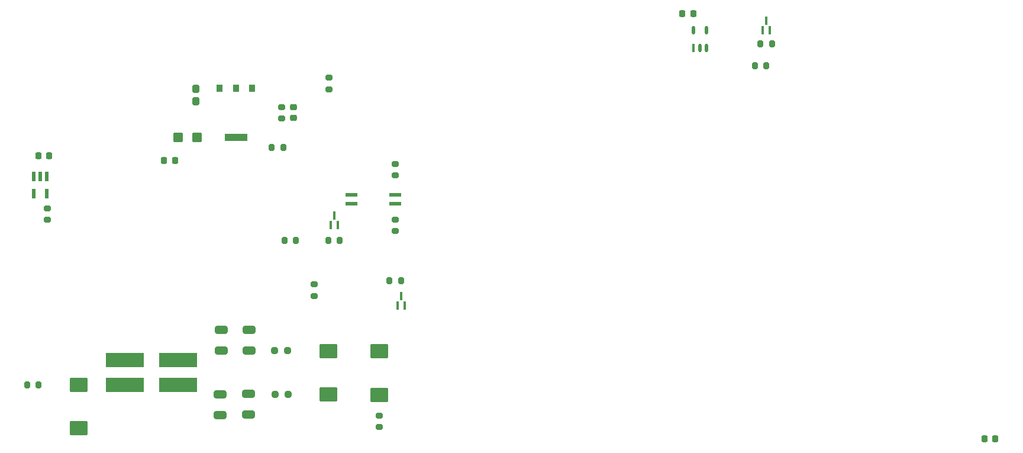
<source format=gbr>
%TF.GenerationSoftware,KiCad,Pcbnew,8.0.6*%
%TF.CreationDate,2024-12-30T11:40:10-05:00*%
%TF.ProjectId,SiPM_HV_Board,5369504d-5f48-4565-9f42-6f6172642e6b,rev?*%
%TF.SameCoordinates,Original*%
%TF.FileFunction,Paste,Top*%
%TF.FilePolarity,Positive*%
%FSLAX46Y46*%
G04 Gerber Fmt 4.6, Leading zero omitted, Abs format (unit mm)*
G04 Created by KiCad (PCBNEW 8.0.6) date 2024-12-30 11:40:10*
%MOMM*%
%LPD*%
G01*
G04 APERTURE LIST*
G04 Aperture macros list*
%AMRoundRect*
0 Rectangle with rounded corners*
0 $1 Rounding radius*
0 $2 $3 $4 $5 $6 $7 $8 $9 X,Y pos of 4 corners*
0 Add a 4 corners polygon primitive as box body*
4,1,4,$2,$3,$4,$5,$6,$7,$8,$9,$2,$3,0*
0 Add four circle primitives for the rounded corners*
1,1,$1+$1,$2,$3*
1,1,$1+$1,$4,$5*
1,1,$1+$1,$6,$7*
1,1,$1+$1,$8,$9*
0 Add four rect primitives between the rounded corners*
20,1,$1+$1,$2,$3,$4,$5,0*
20,1,$1+$1,$4,$5,$6,$7,0*
20,1,$1+$1,$6,$7,$8,$9,0*
20,1,$1+$1,$8,$9,$2,$3,0*%
G04 Aperture macros list end*
%ADD10RoundRect,0.200000X0.200000X0.275000X-0.200000X0.275000X-0.200000X-0.275000X0.200000X-0.275000X0*%
%ADD11RoundRect,0.225000X0.225000X0.250000X-0.225000X0.250000X-0.225000X-0.250000X0.225000X-0.250000X0*%
%ADD12RoundRect,0.225000X-0.225000X-0.250000X0.225000X-0.250000X0.225000X0.250000X-0.225000X0.250000X0*%
%ADD13RoundRect,0.200000X-0.275000X0.200000X-0.275000X-0.200000X0.275000X-0.200000X0.275000X0.200000X0*%
%ADD14RoundRect,0.200000X-0.200000X-0.275000X0.200000X-0.275000X0.200000X0.275000X-0.200000X0.275000X0*%
%ADD15RoundRect,0.250000X-1.025000X0.787500X-1.025000X-0.787500X1.025000X-0.787500X1.025000X0.787500X0*%
%ADD16RoundRect,0.200000X0.275000X-0.200000X0.275000X0.200000X-0.275000X0.200000X-0.275000X-0.200000X0*%
%ADD17RoundRect,0.250000X-0.650000X0.325000X-0.650000X-0.325000X0.650000X-0.325000X0.650000X0.325000X0*%
%ADD18RoundRect,0.250000X-0.275000X0.312500X-0.275000X-0.312500X0.275000X-0.312500X0.275000X0.312500X0*%
%ADD19R,0.889000X1.016000*%
%ADD20R,3.200000X1.000000*%
%ADD21RoundRect,0.250000X0.450000X0.425000X-0.450000X0.425000X-0.450000X-0.425000X0.450000X-0.425000X0*%
%ADD22RoundRect,0.020000X2.680000X-0.980000X2.680000X0.980000X-2.680000X0.980000X-2.680000X-0.980000X0*%
%ADD23R,5.400000X2.000000*%
%ADD24R,0.350800X1.161200*%
%ADD25RoundRect,0.250000X0.650000X-0.325000X0.650000X0.325000X-0.650000X0.325000X-0.650000X-0.325000X0*%
%ADD26RoundRect,0.237500X-0.250000X-0.237500X0.250000X-0.237500X0.250000X0.237500X-0.250000X0.237500X0*%
%ADD27R,0.457200X1.219200*%
%ADD28O,0.457200X1.219200*%
%ADD29RoundRect,0.225000X-0.250000X0.225000X-0.250000X-0.225000X0.250000X-0.225000X0.250000X0.225000X0*%
%ADD30R,1.651000X0.558800*%
%ADD31R,0.558800X1.473200*%
G04 APERTURE END LIST*
D10*
%TO.C,R25*%
X179355000Y-70860000D03*
X177705000Y-70860000D03*
%TD*%
D11*
%TO.C,C10*%
X212135000Y-124195000D03*
X210585000Y-124195000D03*
%TD*%
D12*
%TO.C,C11*%
X93166100Y-84370000D03*
X94716100Y-84370000D03*
%TD*%
D13*
%TO.C,R6*%
X123990000Y-120845000D03*
X123990000Y-122495000D03*
%TD*%
D14*
%TO.C,R1*%
X110408200Y-95823200D03*
X112058200Y-95823200D03*
%TD*%
D15*
%TO.C,C1*%
X80940000Y-116437500D03*
X80940000Y-122662500D03*
%TD*%
D16*
%TO.C,R7*%
X126230000Y-94485000D03*
X126230000Y-92835000D03*
%TD*%
D11*
%TO.C,C16*%
X168900000Y-63420000D03*
X167350000Y-63420000D03*
%TD*%
D15*
%TO.C,C3*%
X123980000Y-111675000D03*
X123980000Y-117900000D03*
%TD*%
D13*
%TO.C,R3*%
X116745000Y-72570000D03*
X116745000Y-74220000D03*
%TD*%
D17*
%TO.C,CY2*%
X105270000Y-117775000D03*
X105270000Y-120725000D03*
%TD*%
D18*
%TO.C,C14*%
X97720400Y-74129350D03*
X97720400Y-75904350D03*
%TD*%
D14*
%TO.C,R5*%
X125435000Y-101570000D03*
X127085000Y-101570000D03*
%TD*%
D19*
%TO.C,U4*%
X105746800Y-74064350D03*
X103435400Y-74064350D03*
X101124000Y-74064350D03*
D20*
X103435400Y-81056850D03*
%TD*%
D21*
%TO.C,C12*%
X97890000Y-81060000D03*
X95190000Y-81060000D03*
%TD*%
D22*
%TO.C,L1*%
X87540000Y-112940000D03*
X87540000Y-116440000D03*
X95160000Y-116440000D03*
D23*
X95160000Y-112940000D03*
%TD*%
D16*
%TO.C,R11*%
X114610000Y-103750000D03*
X114610000Y-102100000D03*
%TD*%
D14*
%TO.C,R2*%
X116656600Y-95823200D03*
X118306600Y-95823200D03*
%TD*%
D24*
%TO.C,M2*%
X126580000Y-105110000D03*
X127579998Y-105110000D03*
X127079999Y-103760000D03*
%TD*%
%TO.C,M3*%
X178815001Y-65750000D03*
X179814999Y-65750000D03*
X179315000Y-64400000D03*
%TD*%
D25*
%TO.C,CY3*%
X101370000Y-111590000D03*
X101370000Y-108640000D03*
%TD*%
D13*
%TO.C,R16*%
X109975400Y-76731850D03*
X109975400Y-78381850D03*
%TD*%
D25*
%TO.C,CY1*%
X105350000Y-111585000D03*
X105350000Y-108635000D03*
%TD*%
D15*
%TO.C,C2*%
X116700000Y-111637500D03*
X116700000Y-117862500D03*
%TD*%
D26*
%TO.C,L2*%
X108995000Y-111590000D03*
X110820000Y-111590000D03*
%TD*%
D27*
%TO.C,U5*%
X168894999Y-68340000D03*
D28*
X169845000Y-68340000D03*
X170795001Y-68340000D03*
X170795001Y-65720000D03*
X168894999Y-65720000D03*
%TD*%
D24*
%TO.C,M1*%
X117032401Y-93617200D03*
X118032399Y-93617200D03*
X117532400Y-92267200D03*
%TD*%
D10*
%TO.C,R26*%
X110235000Y-82490000D03*
X108585000Y-82490000D03*
%TD*%
D11*
%TO.C,C15*%
X76702200Y-83732800D03*
X75152200Y-83732800D03*
%TD*%
D13*
%TO.C,R17*%
X76435200Y-91235000D03*
X76435200Y-92885000D03*
%TD*%
D17*
%TO.C,CY4*%
X101210000Y-117805000D03*
X101210000Y-120755000D03*
%TD*%
D10*
%TO.C,R24*%
X180170000Y-67740000D03*
X178520000Y-67740000D03*
%TD*%
D26*
%TO.C,L3*%
X109075000Y-117850000D03*
X110900000Y-117850000D03*
%TD*%
D29*
%TO.C,C13*%
X111690400Y-76781850D03*
X111690400Y-78331850D03*
%TD*%
D30*
%TO.C,Q1*%
X119970800Y-89270000D03*
X119970800Y-90540000D03*
X126219200Y-90540000D03*
X126219200Y-89270000D03*
%TD*%
D31*
%TO.C,U3*%
X76420001Y-86704600D03*
X75470000Y-86704600D03*
X74519999Y-86704600D03*
X74519999Y-89092200D03*
X76420001Y-89092200D03*
%TD*%
D14*
%TO.C,F1*%
X73575000Y-116470000D03*
X75225000Y-116470000D03*
%TD*%
D13*
%TO.C,R4*%
X126238000Y-84874600D03*
X126238000Y-86524600D03*
%TD*%
M02*

</source>
